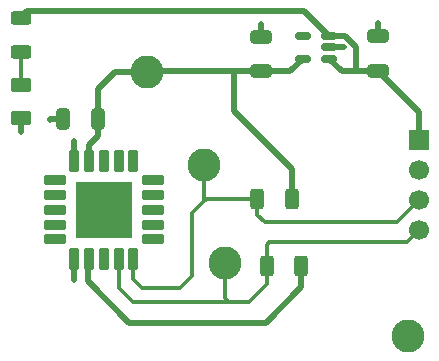
<source format=gbr>
%TF.GenerationSoftware,KiCad,Pcbnew,9.0.2*%
%TF.CreationDate,2025-05-24T10:18:39-07:00*%
%TF.ProjectId,sensor_eval_brd,73656e73-6f72-45f6-9576-616c5f627264,rev?*%
%TF.SameCoordinates,Original*%
%TF.FileFunction,Copper,L1,Top*%
%TF.FilePolarity,Positive*%
%FSLAX46Y46*%
G04 Gerber Fmt 4.6, Leading zero omitted, Abs format (unit mm)*
G04 Created by KiCad (PCBNEW 9.0.2) date 2025-05-24 10:18:39*
%MOMM*%
%LPD*%
G01*
G04 APERTURE LIST*
G04 Aperture macros list*
%AMRoundRect*
0 Rectangle with rounded corners*
0 $1 Rounding radius*
0 $2 $3 $4 $5 $6 $7 $8 $9 X,Y pos of 4 corners*
0 Add a 4 corners polygon primitive as box body*
4,1,4,$2,$3,$4,$5,$6,$7,$8,$9,$2,$3,0*
0 Add four circle primitives for the rounded corners*
1,1,$1+$1,$2,$3*
1,1,$1+$1,$4,$5*
1,1,$1+$1,$6,$7*
1,1,$1+$1,$8,$9*
0 Add four rect primitives between the rounded corners*
20,1,$1+$1,$2,$3,$4,$5,0*
20,1,$1+$1,$4,$5,$6,$7,0*
20,1,$1+$1,$6,$7,$8,$9,0*
20,1,$1+$1,$8,$9,$2,$3,0*%
G04 Aperture macros list end*
%TA.AperFunction,SMDPad,CuDef*%
%ADD10RoundRect,0.250000X0.312500X0.625000X-0.312500X0.625000X-0.312500X-0.625000X0.312500X-0.625000X0*%
%TD*%
%TA.AperFunction,ComponentPad*%
%ADD11C,2.800000*%
%TD*%
%TA.AperFunction,SMDPad,CuDef*%
%ADD12RoundRect,0.250000X0.650000X-0.325000X0.650000X0.325000X-0.650000X0.325000X-0.650000X-0.325000X0*%
%TD*%
%TA.AperFunction,SMDPad,CuDef*%
%ADD13RoundRect,0.250000X0.625000X-0.375000X0.625000X0.375000X-0.625000X0.375000X-0.625000X-0.375000X0*%
%TD*%
%TA.AperFunction,SMDPad,CuDef*%
%ADD14RoundRect,0.150000X0.512500X0.150000X-0.512500X0.150000X-0.512500X-0.150000X0.512500X-0.150000X0*%
%TD*%
%TA.AperFunction,SMDPad,CuDef*%
%ADD15RoundRect,0.212500X-0.737500X-0.212500X0.737500X-0.212500X0.737500X0.212500X-0.737500X0.212500X0*%
%TD*%
%TA.AperFunction,SMDPad,CuDef*%
%ADD16RoundRect,0.212500X-0.212500X-0.737500X0.212500X-0.737500X0.212500X0.737500X-0.212500X0.737500X0*%
%TD*%
%TA.AperFunction,HeatsinkPad*%
%ADD17R,4.800000X4.800000*%
%TD*%
%TA.AperFunction,SMDPad,CuDef*%
%ADD18RoundRect,0.250000X-0.625000X0.312500X-0.625000X-0.312500X0.625000X-0.312500X0.625000X0.312500X0*%
%TD*%
%TA.AperFunction,SMDPad,CuDef*%
%ADD19RoundRect,0.250000X0.325000X0.650000X-0.325000X0.650000X-0.325000X-0.650000X0.325000X-0.650000X0*%
%TD*%
%TA.AperFunction,ComponentPad*%
%ADD20R,1.700000X1.700000*%
%TD*%
%TA.AperFunction,ComponentPad*%
%ADD21C,1.700000*%
%TD*%
%TA.AperFunction,ViaPad*%
%ADD22C,0.508000*%
%TD*%
%TA.AperFunction,Conductor*%
%ADD23C,0.304800*%
%TD*%
%TA.AperFunction,Conductor*%
%ADD24C,0.508000*%
%TD*%
%TA.AperFunction,Conductor*%
%ADD25C,0.152400*%
%TD*%
G04 APERTURE END LIST*
D10*
%TO.P,R1,2*%
%TO.N,/SCL*%
X156728700Y-100838000D03*
%TO.P,R1,1*%
%TO.N,/3.3V*%
X159653700Y-100838000D03*
%TD*%
D11*
%TO.P,SCL,1,1*%
%TO.N,/SCL*%
X153162000Y-100609400D03*
%TD*%
D10*
%TO.P,R2,2*%
%TO.N,/SDA*%
X155930600Y-95159100D03*
%TO.P,R2,1*%
%TO.N,/3.3V*%
X158855600Y-95159100D03*
%TD*%
D12*
%TO.P,C2,1*%
%TO.N,/3.3V*%
X156292400Y-84399800D03*
%TO.P,C2,2*%
%TO.N,GND*%
X156292400Y-81449800D03*
%TD*%
D11*
%TO.P,GND,1,1*%
%TO.N,GND*%
X168706800Y-106781600D03*
%TD*%
D12*
%TO.P,C1,1*%
%TO.N,VCC*%
X166198400Y-84374400D03*
%TO.P,C1,2*%
%TO.N,GND*%
X166198400Y-81424400D03*
%TD*%
D11*
%TO.P,SDA,1,1*%
%TO.N,/SDA*%
X151434800Y-92303600D03*
%TD*%
%TO.P,3.3V,1,1*%
%TO.N,/3.3V*%
X146589600Y-84412700D03*
%TD*%
D13*
%TO.P,D1,1,K*%
%TO.N,GND*%
X135940800Y-88318800D03*
%TO.P,D1,2,A*%
%TO.N,Net-(D1-A)*%
X135940800Y-85518800D03*
%TD*%
D14*
%TO.P,IC1,1,IN*%
%TO.N,VCC*%
X162047200Y-83300800D03*
%TO.P,IC1,2,GND*%
%TO.N,GND*%
X162047200Y-82350800D03*
%TO.P,IC1,3,EN*%
%TO.N,VCC*%
X162047200Y-81400800D03*
%TO.P,IC1,4,NC*%
%TO.N,unconnected-(IC1-NC-Pad4)*%
X159772200Y-81400800D03*
%TO.P,IC1,5,OUT*%
%TO.N,/3.3V*%
X159772200Y-83300800D03*
%TD*%
D15*
%TO.P,U1,1,DNC*%
%TO.N,unconnected-(U1-DNC-Pad1)*%
X138795000Y-93619800D03*
%TO.P,U1,2,DNC*%
%TO.N,unconnected-(U1-DNC-Pad2)*%
X138795000Y-94869800D03*
%TO.P,U1,3,DNC*%
%TO.N,unconnected-(U1-DNC-Pad3)*%
X138795000Y-96119800D03*
%TO.P,U1,4,DNC*%
%TO.N,unconnected-(U1-DNC-Pad4)*%
X138795000Y-97369800D03*
%TO.P,U1,5,DNC*%
%TO.N,unconnected-(U1-DNC-Pad5)*%
X138795000Y-98619800D03*
D16*
%TO.P,U1,6,GND*%
%TO.N,GND*%
X140445000Y-100269800D03*
%TO.P,U1,7,VDD*%
%TO.N,/3.3V*%
X141695000Y-100269800D03*
%TO.P,U1,8,DNC*%
%TO.N,unconnected-(U1-DNC-Pad8)*%
X142945000Y-100269800D03*
%TO.P,U1,9,SCL*%
%TO.N,/SCL*%
X144195000Y-100269800D03*
%TO.P,U1,10,SDA*%
%TO.N,/SDA*%
X145445000Y-100269800D03*
D15*
%TO.P,U1,11,DNC*%
%TO.N,unconnected-(U1-DNC-Pad11)*%
X147095000Y-98619800D03*
%TO.P,U1,12,DNC*%
%TO.N,unconnected-(U1-DNC-Pad12)*%
X147095000Y-97369800D03*
%TO.P,U1,13,DNC*%
%TO.N,unconnected-(U1-DNC-Pad13)*%
X147095000Y-96119800D03*
%TO.P,U1,14,DNC*%
%TO.N,unconnected-(U1-DNC-Pad14)*%
X147095000Y-94869800D03*
%TO.P,U1,15,DNC*%
%TO.N,unconnected-(U1-DNC-Pad15)*%
X147095000Y-93619800D03*
D16*
%TO.P,U1,16,DNC*%
%TO.N,unconnected-(U1-DNC-Pad16)*%
X145445000Y-91969800D03*
%TO.P,U1,17,DNC*%
%TO.N,unconnected-(U1-DNC-Pad17)*%
X144195000Y-91969800D03*
%TO.P,U1,18,DNC*%
%TO.N,unconnected-(U1-DNC-Pad18)*%
X142945000Y-91969800D03*
%TO.P,U1,19,VDDH*%
%TO.N,/3.3V*%
X141695000Y-91969800D03*
%TO.P,U1,20,GND*%
%TO.N,GND*%
X140445000Y-91969800D03*
D17*
%TO.P,U1,21,GND*%
X142945000Y-96119800D03*
%TD*%
D18*
%TO.P,R3,1*%
%TO.N,VCC*%
X135915400Y-79842900D03*
%TO.P,R3,2*%
%TO.N,Net-(D1-A)*%
X135915400Y-82767900D03*
%TD*%
D19*
%TO.P,C3,1*%
%TO.N,/3.3V*%
X142425000Y-88459800D03*
%TO.P,C3,2*%
%TO.N,GND*%
X139475000Y-88459800D03*
%TD*%
D20*
%TO.P,J1,1,Pin_1*%
%TO.N,VCC*%
X169621200Y-90220800D03*
D21*
%TO.P,J1,2,Pin_2*%
%TO.N,GND*%
X169621200Y-92760800D03*
%TO.P,J1,3,Pin_3*%
%TO.N,/SDA*%
X169621200Y-95300800D03*
%TO.P,J1,4,Pin_4*%
%TO.N,/SCL*%
X169621200Y-97840800D03*
%TD*%
D22*
%TO.N,GND*%
X140436600Y-90322400D03*
X140436600Y-102082600D03*
X142945000Y-96119800D03*
X135940800Y-89538000D03*
X163271200Y-82346800D03*
X156286200Y-80340200D03*
X166192200Y-80264000D03*
X138404600Y-88468200D03*
%TO.N,/3.3V*%
X142113000Y-90195400D03*
X141605000Y-102158800D03*
%TD*%
D23*
%TO.N,/SCL*%
X153162000Y-100609400D02*
X153162000Y-103581200D01*
X153492200Y-103911400D02*
X155244800Y-103911400D01*
X153162000Y-103581200D02*
X153492200Y-103911400D01*
X153136600Y-103911400D02*
X153492200Y-103911400D01*
X156946600Y-98856800D02*
X156728700Y-99074700D01*
X169621200Y-97840800D02*
X168605200Y-98856800D01*
X168605200Y-98856800D02*
X156946600Y-98856800D01*
X156728700Y-99074700D02*
X156728700Y-100838000D01*
X156728700Y-102427500D02*
X156728700Y-100838000D01*
X155244800Y-103911400D02*
X156728700Y-102427500D01*
X145415000Y-103911400D02*
X153136600Y-103911400D01*
X144195000Y-102691400D02*
X145415000Y-103911400D01*
X144195000Y-100269800D02*
X144195000Y-102691400D01*
D24*
%TO.N,/3.3V*%
X156641800Y-105664000D02*
X159653700Y-102652100D01*
X145110200Y-105664000D02*
X156641800Y-105664000D01*
X141605000Y-102158800D02*
X145110200Y-105664000D01*
X159653700Y-102652100D02*
X159653700Y-100838000D01*
D23*
%TO.N,/SDA*%
X150418800Y-96418400D02*
X151434800Y-95402400D01*
X150418800Y-101701600D02*
X150418800Y-96418400D01*
X146177000Y-102717600D02*
X149402800Y-102717600D01*
X149402800Y-102717600D02*
X150418800Y-101701600D01*
X145445000Y-101985600D02*
X146177000Y-102717600D01*
X145445000Y-100269800D02*
X145445000Y-101985600D01*
X151434800Y-95402400D02*
X151434800Y-92303600D01*
X155930600Y-95159100D02*
X151678100Y-95159100D01*
X151678100Y-95159100D02*
X151434800Y-95402400D01*
D24*
%TO.N,/3.3V*%
X158855600Y-92637800D02*
X158855600Y-95159100D01*
X153949400Y-84399800D02*
X146602500Y-84399800D01*
X153949400Y-84399800D02*
X153949400Y-87731600D01*
X153949400Y-87731600D02*
X158855600Y-92637800D01*
D23*
%TO.N,/SDA*%
X155930600Y-96520000D02*
X155930600Y-95159100D01*
X156565600Y-97155000D02*
X155930600Y-96520000D01*
X167767000Y-97155000D02*
X156565600Y-97155000D01*
X169621200Y-95300800D02*
X167767000Y-97155000D01*
D24*
%TO.N,VCC*%
X163327878Y-81400800D02*
X164287200Y-82360122D01*
X162047200Y-81400800D02*
X159926800Y-79280400D01*
X166198400Y-84374400D02*
X164287200Y-84374400D01*
X169621200Y-87797200D02*
X166198400Y-84374400D01*
X135661400Y-79588900D02*
X135915400Y-79842900D01*
X164287200Y-82360122D02*
X164287200Y-84374400D01*
X169621200Y-90220800D02*
X169621200Y-87797200D01*
X159926800Y-79280400D02*
X136477900Y-79280400D01*
X136477900Y-79280400D02*
X135915400Y-79842900D01*
X164287200Y-84374400D02*
X163120800Y-84374400D01*
X169595800Y-90246200D02*
X169621200Y-90220800D01*
X163120800Y-84374400D02*
X162047200Y-83300800D01*
X162047200Y-81400800D02*
X163327878Y-81400800D01*
%TO.N,GND*%
X162047200Y-82350800D02*
X163267200Y-82350800D01*
X166198400Y-81424400D02*
X166198400Y-80270200D01*
X140445000Y-100269800D02*
X140445000Y-102074200D01*
X156292400Y-81449800D02*
X156292400Y-80346400D01*
X166198400Y-80270200D02*
X166192200Y-80264000D01*
X163267200Y-82350800D02*
X163271200Y-82346800D01*
X139475000Y-88459800D02*
X138413000Y-88459800D01*
X140445000Y-91969800D02*
X140445000Y-90330800D01*
X138413000Y-88459800D02*
X138404600Y-88468200D01*
X140445000Y-102074200D02*
X140436600Y-102082600D01*
X156292400Y-80346400D02*
X156286200Y-80340200D01*
X140445000Y-90330800D02*
X140436600Y-90322400D01*
X135940800Y-88318800D02*
X135940800Y-89538000D01*
%TO.N,/3.3V*%
X141695000Y-90613400D02*
X142113000Y-90195400D01*
X143907900Y-84412700D02*
X142425000Y-85895600D01*
X141695000Y-91969800D02*
X141695000Y-90613400D01*
X142425000Y-85895600D02*
X142425000Y-88459800D01*
X146602500Y-84399800D02*
X146589600Y-84412700D01*
X158673200Y-84399800D02*
X159772200Y-83300800D01*
X156292400Y-84399800D02*
X158673200Y-84399800D01*
X146589600Y-84412700D02*
X143907900Y-84412700D01*
X141605000Y-100359800D02*
X141695000Y-100269800D01*
X142425000Y-89883400D02*
X142113000Y-90195400D01*
X156292400Y-84399800D02*
X153949400Y-84399800D01*
X142425000Y-88459800D02*
X142425000Y-89883400D01*
D23*
%TO.N,Net-(D1-A)*%
X135915400Y-82767900D02*
X135915400Y-85493400D01*
D25*
X135915400Y-85493400D02*
X135940800Y-85518800D01*
D24*
%TO.N,/3.3V*%
X141605000Y-102158800D02*
X141605000Y-100359800D01*
%TD*%
M02*

</source>
